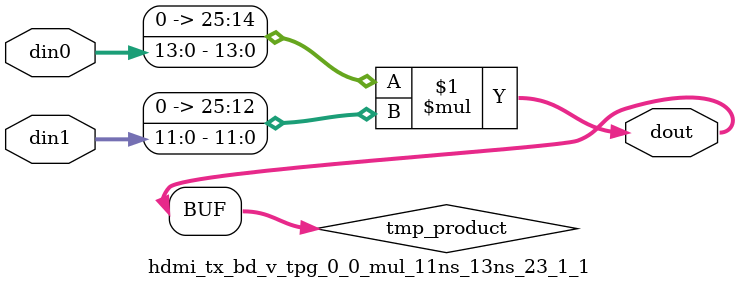
<source format=v>

`timescale 1 ns / 1 ps

 (* DowngradeIPIdentifiedWarnings="yes" *) module hdmi_tx_bd_v_tpg_0_0_mul_11ns_13ns_23_1_1(din0, din1, dout);
parameter ID = 1;
parameter NUM_STAGE = 0;
parameter din0_WIDTH = 14;
parameter din1_WIDTH = 12;
parameter dout_WIDTH = 26;

input [din0_WIDTH - 1 : 0] din0; 
input [din1_WIDTH - 1 : 0] din1; 
output [dout_WIDTH - 1 : 0] dout;

wire signed [dout_WIDTH - 1 : 0] tmp_product;
























assign tmp_product = $signed({1'b0, din0}) * $signed({1'b0, din1});











assign dout = tmp_product;





















endmodule

</source>
